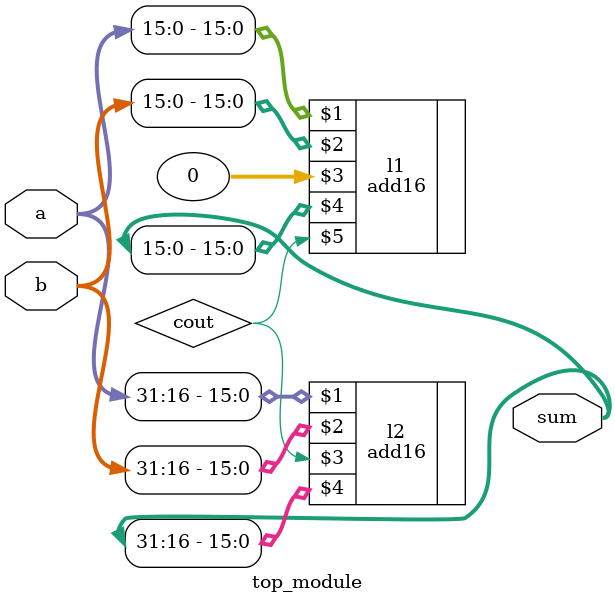
<source format=v>
module top_module(
    input [31:0] a,
    input [31:0] b,
    output [31:0] sum
);
    wire cout;
    add16 l1(a[15:0], b[15:0],  0, sum[15:0] ,  cout );
    add16 l2( a[31:16] ,b[31:16] ,  cout, sum[31:16] ,);





endmodule

</source>
